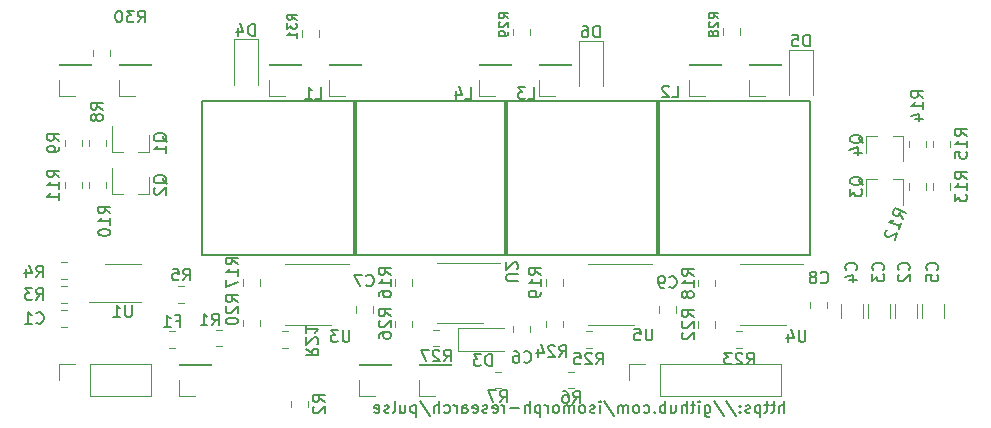
<source format=gbr>
G04 #@! TF.GenerationSoftware,KiCad,Pcbnew,(5.1.5-0-10_14)*
G04 #@! TF.CreationDate,2020-03-17T09:24:28-05:00*
G04 #@! TF.ProjectId,pulse,70756c73-652e-46b6-9963-61645f706362,rev?*
G04 #@! TF.SameCoordinates,Original*
G04 #@! TF.FileFunction,Legend,Bot*
G04 #@! TF.FilePolarity,Positive*
%FSLAX46Y46*%
G04 Gerber Fmt 4.6, Leading zero omitted, Abs format (unit mm)*
G04 Created by KiCad (PCBNEW (5.1.5-0-10_14)) date 2020-03-17 09:24:28*
%MOMM*%
%LPD*%
G04 APERTURE LIST*
%ADD10C,0.150000*%
%ADD11C,0.152400*%
%ADD12C,0.120000*%
G04 APERTURE END LIST*
D10*
X176919942Y-76449180D02*
X176919942Y-75449180D01*
X176491371Y-76449180D02*
X176491371Y-75925371D01*
X176538990Y-75830133D01*
X176634228Y-75782514D01*
X176777085Y-75782514D01*
X176872323Y-75830133D01*
X176919942Y-75877752D01*
X176158038Y-75782514D02*
X175777085Y-75782514D01*
X176015180Y-75449180D02*
X176015180Y-76306323D01*
X175967561Y-76401561D01*
X175872323Y-76449180D01*
X175777085Y-76449180D01*
X175586609Y-75782514D02*
X175205657Y-75782514D01*
X175443752Y-75449180D02*
X175443752Y-76306323D01*
X175396133Y-76401561D01*
X175300895Y-76449180D01*
X175205657Y-76449180D01*
X174872323Y-75782514D02*
X174872323Y-76782514D01*
X174872323Y-75830133D02*
X174777085Y-75782514D01*
X174586609Y-75782514D01*
X174491371Y-75830133D01*
X174443752Y-75877752D01*
X174396133Y-75972990D01*
X174396133Y-76258704D01*
X174443752Y-76353942D01*
X174491371Y-76401561D01*
X174586609Y-76449180D01*
X174777085Y-76449180D01*
X174872323Y-76401561D01*
X174015180Y-76401561D02*
X173919942Y-76449180D01*
X173729466Y-76449180D01*
X173634228Y-76401561D01*
X173586609Y-76306323D01*
X173586609Y-76258704D01*
X173634228Y-76163466D01*
X173729466Y-76115847D01*
X173872323Y-76115847D01*
X173967561Y-76068228D01*
X174015180Y-75972990D01*
X174015180Y-75925371D01*
X173967561Y-75830133D01*
X173872323Y-75782514D01*
X173729466Y-75782514D01*
X173634228Y-75830133D01*
X173158038Y-76353942D02*
X173110419Y-76401561D01*
X173158038Y-76449180D01*
X173205657Y-76401561D01*
X173158038Y-76353942D01*
X173158038Y-76449180D01*
X173158038Y-75830133D02*
X173110419Y-75877752D01*
X173158038Y-75925371D01*
X173205657Y-75877752D01*
X173158038Y-75830133D01*
X173158038Y-75925371D01*
X171967561Y-75401561D02*
X172824704Y-76687276D01*
X170919942Y-75401561D02*
X171777085Y-76687276D01*
X170158038Y-75782514D02*
X170158038Y-76592038D01*
X170205657Y-76687276D01*
X170253276Y-76734895D01*
X170348514Y-76782514D01*
X170491371Y-76782514D01*
X170586609Y-76734895D01*
X170158038Y-76401561D02*
X170253276Y-76449180D01*
X170443752Y-76449180D01*
X170538990Y-76401561D01*
X170586609Y-76353942D01*
X170634228Y-76258704D01*
X170634228Y-75972990D01*
X170586609Y-75877752D01*
X170538990Y-75830133D01*
X170443752Y-75782514D01*
X170253276Y-75782514D01*
X170158038Y-75830133D01*
X169681847Y-76449180D02*
X169681847Y-75782514D01*
X169681847Y-75449180D02*
X169729466Y-75496800D01*
X169681847Y-75544419D01*
X169634228Y-75496800D01*
X169681847Y-75449180D01*
X169681847Y-75544419D01*
X169348514Y-75782514D02*
X168967561Y-75782514D01*
X169205657Y-75449180D02*
X169205657Y-76306323D01*
X169158038Y-76401561D01*
X169062800Y-76449180D01*
X168967561Y-76449180D01*
X168634228Y-76449180D02*
X168634228Y-75449180D01*
X168205657Y-76449180D02*
X168205657Y-75925371D01*
X168253276Y-75830133D01*
X168348514Y-75782514D01*
X168491371Y-75782514D01*
X168586609Y-75830133D01*
X168634228Y-75877752D01*
X167300895Y-75782514D02*
X167300895Y-76449180D01*
X167729466Y-75782514D02*
X167729466Y-76306323D01*
X167681847Y-76401561D01*
X167586609Y-76449180D01*
X167443752Y-76449180D01*
X167348514Y-76401561D01*
X167300895Y-76353942D01*
X166824704Y-76449180D02*
X166824704Y-75449180D01*
X166824704Y-75830133D02*
X166729466Y-75782514D01*
X166538990Y-75782514D01*
X166443752Y-75830133D01*
X166396133Y-75877752D01*
X166348514Y-75972990D01*
X166348514Y-76258704D01*
X166396133Y-76353942D01*
X166443752Y-76401561D01*
X166538990Y-76449180D01*
X166729466Y-76449180D01*
X166824704Y-76401561D01*
X165919942Y-76353942D02*
X165872323Y-76401561D01*
X165919942Y-76449180D01*
X165967561Y-76401561D01*
X165919942Y-76353942D01*
X165919942Y-76449180D01*
X165015180Y-76401561D02*
X165110419Y-76449180D01*
X165300895Y-76449180D01*
X165396133Y-76401561D01*
X165443752Y-76353942D01*
X165491371Y-76258704D01*
X165491371Y-75972990D01*
X165443752Y-75877752D01*
X165396133Y-75830133D01*
X165300895Y-75782514D01*
X165110419Y-75782514D01*
X165015180Y-75830133D01*
X164443752Y-76449180D02*
X164538990Y-76401561D01*
X164586609Y-76353942D01*
X164634228Y-76258704D01*
X164634228Y-75972990D01*
X164586609Y-75877752D01*
X164538990Y-75830133D01*
X164443752Y-75782514D01*
X164300895Y-75782514D01*
X164205657Y-75830133D01*
X164158038Y-75877752D01*
X164110419Y-75972990D01*
X164110419Y-76258704D01*
X164158038Y-76353942D01*
X164205657Y-76401561D01*
X164300895Y-76449180D01*
X164443752Y-76449180D01*
X163681847Y-76449180D02*
X163681847Y-75782514D01*
X163681847Y-75877752D02*
X163634228Y-75830133D01*
X163538990Y-75782514D01*
X163396133Y-75782514D01*
X163300895Y-75830133D01*
X163253276Y-75925371D01*
X163253276Y-76449180D01*
X163253276Y-75925371D02*
X163205657Y-75830133D01*
X163110419Y-75782514D01*
X162967561Y-75782514D01*
X162872323Y-75830133D01*
X162824704Y-75925371D01*
X162824704Y-76449180D01*
X161634228Y-75401561D02*
X162491371Y-76687276D01*
X161300895Y-76449180D02*
X161300895Y-75782514D01*
X161300895Y-75449180D02*
X161348514Y-75496800D01*
X161300895Y-75544419D01*
X161253276Y-75496800D01*
X161300895Y-75449180D01*
X161300895Y-75544419D01*
X160872323Y-76401561D02*
X160777085Y-76449180D01*
X160586609Y-76449180D01*
X160491371Y-76401561D01*
X160443752Y-76306323D01*
X160443752Y-76258704D01*
X160491371Y-76163466D01*
X160586609Y-76115847D01*
X160729466Y-76115847D01*
X160824704Y-76068228D01*
X160872323Y-75972990D01*
X160872323Y-75925371D01*
X160824704Y-75830133D01*
X160729466Y-75782514D01*
X160586609Y-75782514D01*
X160491371Y-75830133D01*
X159872323Y-76449180D02*
X159967561Y-76401561D01*
X160015180Y-76353942D01*
X160062800Y-76258704D01*
X160062800Y-75972990D01*
X160015180Y-75877752D01*
X159967561Y-75830133D01*
X159872323Y-75782514D01*
X159729466Y-75782514D01*
X159634228Y-75830133D01*
X159586609Y-75877752D01*
X159538990Y-75972990D01*
X159538990Y-76258704D01*
X159586609Y-76353942D01*
X159634228Y-76401561D01*
X159729466Y-76449180D01*
X159872323Y-76449180D01*
X159110419Y-76449180D02*
X159110419Y-75782514D01*
X159110419Y-75877752D02*
X159062800Y-75830133D01*
X158967561Y-75782514D01*
X158824704Y-75782514D01*
X158729466Y-75830133D01*
X158681847Y-75925371D01*
X158681847Y-76449180D01*
X158681847Y-75925371D02*
X158634228Y-75830133D01*
X158538990Y-75782514D01*
X158396133Y-75782514D01*
X158300895Y-75830133D01*
X158253276Y-75925371D01*
X158253276Y-76449180D01*
X157634228Y-76449180D02*
X157729466Y-76401561D01*
X157777085Y-76353942D01*
X157824704Y-76258704D01*
X157824704Y-75972990D01*
X157777085Y-75877752D01*
X157729466Y-75830133D01*
X157634228Y-75782514D01*
X157491371Y-75782514D01*
X157396133Y-75830133D01*
X157348514Y-75877752D01*
X157300895Y-75972990D01*
X157300895Y-76258704D01*
X157348514Y-76353942D01*
X157396133Y-76401561D01*
X157491371Y-76449180D01*
X157634228Y-76449180D01*
X156872323Y-76449180D02*
X156872323Y-75782514D01*
X156872323Y-75972990D02*
X156824704Y-75877752D01*
X156777085Y-75830133D01*
X156681847Y-75782514D01*
X156586609Y-75782514D01*
X156253276Y-75782514D02*
X156253276Y-76782514D01*
X156253276Y-75830133D02*
X156158038Y-75782514D01*
X155967561Y-75782514D01*
X155872323Y-75830133D01*
X155824704Y-75877752D01*
X155777085Y-75972990D01*
X155777085Y-76258704D01*
X155824704Y-76353942D01*
X155872323Y-76401561D01*
X155967561Y-76449180D01*
X156158038Y-76449180D01*
X156253276Y-76401561D01*
X155348514Y-76449180D02*
X155348514Y-75449180D01*
X154919942Y-76449180D02*
X154919942Y-75925371D01*
X154967561Y-75830133D01*
X155062800Y-75782514D01*
X155205657Y-75782514D01*
X155300895Y-75830133D01*
X155348514Y-75877752D01*
X154443752Y-76068228D02*
X153681847Y-76068228D01*
X153205657Y-76449180D02*
X153205657Y-75782514D01*
X153205657Y-75972990D02*
X153158038Y-75877752D01*
X153110419Y-75830133D01*
X153015180Y-75782514D01*
X152919942Y-75782514D01*
X152205657Y-76401561D02*
X152300895Y-76449180D01*
X152491371Y-76449180D01*
X152586609Y-76401561D01*
X152634228Y-76306323D01*
X152634228Y-75925371D01*
X152586609Y-75830133D01*
X152491371Y-75782514D01*
X152300895Y-75782514D01*
X152205657Y-75830133D01*
X152158038Y-75925371D01*
X152158038Y-76020609D01*
X152634228Y-76115847D01*
X151777085Y-76401561D02*
X151681847Y-76449180D01*
X151491371Y-76449180D01*
X151396133Y-76401561D01*
X151348514Y-76306323D01*
X151348514Y-76258704D01*
X151396133Y-76163466D01*
X151491371Y-76115847D01*
X151634228Y-76115847D01*
X151729466Y-76068228D01*
X151777085Y-75972990D01*
X151777085Y-75925371D01*
X151729466Y-75830133D01*
X151634228Y-75782514D01*
X151491371Y-75782514D01*
X151396133Y-75830133D01*
X150538990Y-76401561D02*
X150634228Y-76449180D01*
X150824704Y-76449180D01*
X150919942Y-76401561D01*
X150967561Y-76306323D01*
X150967561Y-75925371D01*
X150919942Y-75830133D01*
X150824704Y-75782514D01*
X150634228Y-75782514D01*
X150538990Y-75830133D01*
X150491371Y-75925371D01*
X150491371Y-76020609D01*
X150967561Y-76115847D01*
X149634228Y-76449180D02*
X149634228Y-75925371D01*
X149681847Y-75830133D01*
X149777085Y-75782514D01*
X149967561Y-75782514D01*
X150062800Y-75830133D01*
X149634228Y-76401561D02*
X149729466Y-76449180D01*
X149967561Y-76449180D01*
X150062800Y-76401561D01*
X150110419Y-76306323D01*
X150110419Y-76211085D01*
X150062800Y-76115847D01*
X149967561Y-76068228D01*
X149729466Y-76068228D01*
X149634228Y-76020609D01*
X149158038Y-76449180D02*
X149158038Y-75782514D01*
X149158038Y-75972990D02*
X149110419Y-75877752D01*
X149062800Y-75830133D01*
X148967561Y-75782514D01*
X148872323Y-75782514D01*
X148110419Y-76401561D02*
X148205657Y-76449180D01*
X148396133Y-76449180D01*
X148491371Y-76401561D01*
X148538990Y-76353942D01*
X148586609Y-76258704D01*
X148586609Y-75972990D01*
X148538990Y-75877752D01*
X148491371Y-75830133D01*
X148396133Y-75782514D01*
X148205657Y-75782514D01*
X148110419Y-75830133D01*
X147681847Y-76449180D02*
X147681847Y-75449180D01*
X147253276Y-76449180D02*
X147253276Y-75925371D01*
X147300895Y-75830133D01*
X147396133Y-75782514D01*
X147538990Y-75782514D01*
X147634228Y-75830133D01*
X147681847Y-75877752D01*
X146062800Y-75401561D02*
X146919942Y-76687276D01*
X145729466Y-75782514D02*
X145729466Y-76782514D01*
X145729466Y-75830133D02*
X145634228Y-75782514D01*
X145443752Y-75782514D01*
X145348514Y-75830133D01*
X145300895Y-75877752D01*
X145253276Y-75972990D01*
X145253276Y-76258704D01*
X145300895Y-76353942D01*
X145348514Y-76401561D01*
X145443752Y-76449180D01*
X145634228Y-76449180D01*
X145729466Y-76401561D01*
X144396133Y-75782514D02*
X144396133Y-76449180D01*
X144824704Y-75782514D02*
X144824704Y-76306323D01*
X144777085Y-76401561D01*
X144681847Y-76449180D01*
X144538990Y-76449180D01*
X144443752Y-76401561D01*
X144396133Y-76353942D01*
X143777085Y-76449180D02*
X143872323Y-76401561D01*
X143919942Y-76306323D01*
X143919942Y-75449180D01*
X143443752Y-76401561D02*
X143348514Y-76449180D01*
X143158038Y-76449180D01*
X143062800Y-76401561D01*
X143015180Y-76306323D01*
X143015180Y-76258704D01*
X143062800Y-76163466D01*
X143158038Y-76115847D01*
X143300895Y-76115847D01*
X143396133Y-76068228D01*
X143443752Y-75972990D01*
X143443752Y-75925371D01*
X143396133Y-75830133D01*
X143300895Y-75782514D01*
X143158038Y-75782514D01*
X143062800Y-75830133D01*
X142205657Y-76401561D02*
X142300895Y-76449180D01*
X142491371Y-76449180D01*
X142586609Y-76401561D01*
X142634228Y-76306323D01*
X142634228Y-75925371D01*
X142586609Y-75830133D01*
X142491371Y-75782514D01*
X142300895Y-75782514D01*
X142205657Y-75830133D01*
X142158038Y-75925371D01*
X142158038Y-76020609D01*
X142634228Y-76115847D01*
D11*
X153439000Y-63050560D02*
X153439000Y-50050560D01*
X140439000Y-50050560D02*
X140439000Y-63050560D01*
X140439000Y-63050560D02*
X153439000Y-63050560D01*
X153439000Y-50050560D02*
X140439000Y-50050560D01*
X166266000Y-63050560D02*
X166266000Y-50050560D01*
X153266000Y-50050560D02*
X153266000Y-63050560D01*
X153266000Y-63050560D02*
X166266000Y-63050560D01*
X166266000Y-50050560D02*
X153266000Y-50050560D01*
X179093000Y-63050560D02*
X179093000Y-50050560D01*
X166093000Y-50050560D02*
X166093000Y-63050560D01*
X166093000Y-63050560D02*
X179093000Y-63050560D01*
X179093000Y-50050560D02*
X166093000Y-50050560D01*
X140612000Y-63050560D02*
X140612000Y-50050560D01*
X127612000Y-50050560D02*
X127612000Y-63050560D01*
X127612000Y-63050560D02*
X140612000Y-63050560D01*
X140612000Y-50050560D02*
X127612000Y-50050560D01*
D12*
X124836422Y-69521000D02*
X125353578Y-69521000D01*
X124836422Y-70941000D02*
X125353578Y-70941000D01*
X156770000Y-65663578D02*
X156770000Y-65146422D01*
X158190000Y-65663578D02*
X158190000Y-65146422D01*
X125670000Y-74990000D02*
X127000000Y-74990000D01*
X125670000Y-73660000D02*
X125670000Y-74990000D01*
X125670000Y-72390000D02*
X128330000Y-72390000D01*
X128330000Y-72390000D02*
X128330000Y-72330000D01*
X125670000Y-72390000D02*
X125670000Y-72330000D01*
X125670000Y-72330000D02*
X128330000Y-72330000D01*
X159528000Y-44917000D02*
X159528000Y-48767000D01*
X161528000Y-44917000D02*
X161528000Y-48767000D01*
X159528000Y-44917000D02*
X161528000Y-44917000D01*
X177308000Y-45676000D02*
X177308000Y-49526000D01*
X179308000Y-45676000D02*
X179308000Y-49526000D01*
X177308000Y-45676000D02*
X179308000Y-45676000D01*
X130317999Y-44790000D02*
X130317999Y-48640000D01*
X132317999Y-44790000D02*
X132317999Y-48640000D01*
X130317999Y-44790000D02*
X132317999Y-44790000D01*
X149311000Y-71231000D02*
X153161000Y-71231000D01*
X149311000Y-69231000D02*
X153161000Y-69231000D01*
X149311000Y-71231000D02*
X149311000Y-69231000D01*
X162241000Y-63861000D02*
X165691000Y-63861000D01*
X162241000Y-63861000D02*
X160291000Y-63861000D01*
X162241000Y-68981000D02*
X164191000Y-68981000D01*
X162241000Y-68981000D02*
X160291000Y-68981000D01*
X175068000Y-63861000D02*
X178518000Y-63861000D01*
X175068000Y-63861000D02*
X173118000Y-63861000D01*
X175068000Y-68981000D02*
X177018000Y-68981000D01*
X175068000Y-68981000D02*
X173118000Y-68981000D01*
X136587000Y-63861000D02*
X140037000Y-63861000D01*
X136587000Y-63861000D02*
X134637000Y-63861000D01*
X136587000Y-68981000D02*
X138537000Y-68981000D01*
X136587000Y-68981000D02*
X134637000Y-68981000D01*
X149414000Y-63734000D02*
X152864000Y-63734000D01*
X149414000Y-63734000D02*
X147464000Y-63734000D01*
X149414000Y-68854000D02*
X151364000Y-68854000D01*
X149414000Y-68854000D02*
X147464000Y-68854000D01*
X120904000Y-67015000D02*
X118029000Y-67015000D01*
X120904000Y-67015000D02*
X122404000Y-67015000D01*
X120904000Y-63795000D02*
X119404000Y-63795000D01*
X120904000Y-63795000D02*
X122404000Y-63795000D01*
X115510000Y-72330000D02*
X115510000Y-73660000D01*
X116840000Y-72330000D02*
X115510000Y-72330000D01*
X118110000Y-72330000D02*
X118110000Y-74990000D01*
X118110000Y-74990000D02*
X123250000Y-74990000D01*
X118110000Y-72330000D02*
X123250000Y-72330000D01*
X123250000Y-72330000D02*
X123250000Y-74990000D01*
X137489000Y-44064422D02*
X137489000Y-44581578D01*
X136069000Y-44064422D02*
X136069000Y-44581578D01*
X119836000Y-45715422D02*
X119836000Y-46232578D01*
X118416000Y-45715422D02*
X118416000Y-46232578D01*
X155396000Y-43937422D02*
X155396000Y-44454578D01*
X153976000Y-43937422D02*
X153976000Y-44454578D01*
X173176000Y-43888921D02*
X173176000Y-44406077D01*
X171756000Y-43888921D02*
X171756000Y-44406077D01*
X147188422Y-69394000D02*
X147705578Y-69394000D01*
X147188422Y-70814000D02*
X147705578Y-70814000D01*
X145363000Y-68638922D02*
X145363000Y-69156078D01*
X143943000Y-68638922D02*
X143943000Y-69156078D01*
X160093922Y-69521000D02*
X160611078Y-69521000D01*
X160093922Y-70941000D02*
X160611078Y-70941000D01*
X158190000Y-68638922D02*
X158190000Y-69156078D01*
X156770000Y-68638922D02*
X156770000Y-69156078D01*
X172842422Y-69521000D02*
X173359578Y-69521000D01*
X172842422Y-70941000D02*
X173359578Y-70941000D01*
X171017000Y-68702422D02*
X171017000Y-69219578D01*
X169597000Y-68702422D02*
X169597000Y-69219578D01*
X134361422Y-69521000D02*
X134878578Y-69521000D01*
X134361422Y-70941000D02*
X134878578Y-70941000D01*
X132536000Y-68575422D02*
X132536000Y-69092578D01*
X131116000Y-68575422D02*
X131116000Y-69092578D01*
X169597000Y-65712078D02*
X169597000Y-65194922D01*
X171017000Y-65712078D02*
X171017000Y-65194922D01*
X131116000Y-65663578D02*
X131116000Y-65146422D01*
X132536000Y-65663578D02*
X132536000Y-65146422D01*
X143943000Y-65663578D02*
X143943000Y-65146422D01*
X145363000Y-65663578D02*
X145363000Y-65146422D01*
X189536000Y-53901078D02*
X189536000Y-53383922D01*
X190956000Y-53901078D02*
X190956000Y-53383922D01*
X188924001Y-53413922D02*
X188924001Y-53931078D01*
X187504001Y-53413922D02*
X187504001Y-53931078D01*
X189536000Y-57535578D02*
X189536000Y-57018422D01*
X190956000Y-57535578D02*
X190956000Y-57018422D01*
X188924000Y-57018422D02*
X188924000Y-57535578D01*
X187504000Y-57018422D02*
X187504000Y-57535578D01*
X117423000Y-56891422D02*
X117423000Y-57408578D01*
X116003000Y-56891422D02*
X116003000Y-57408578D01*
X118035000Y-57408578D02*
X118035000Y-56891422D01*
X119455000Y-57408578D02*
X119455000Y-56891422D01*
X117423000Y-53335422D02*
X117423000Y-53852578D01*
X116003000Y-53335422D02*
X116003000Y-53852578D01*
X118035000Y-53852578D02*
X118035000Y-53335422D01*
X119455000Y-53852578D02*
X119455000Y-53335422D01*
X152395422Y-72950000D02*
X152912578Y-72950000D01*
X152395422Y-74370000D02*
X152912578Y-74370000D01*
X158618422Y-72950000D02*
X159135578Y-72950000D01*
X158618422Y-74370000D02*
X159135578Y-74370000D01*
X126115578Y-67131000D02*
X125598422Y-67131000D01*
X126115578Y-65711000D02*
X125598422Y-65711000D01*
X116209578Y-65099000D02*
X115692422Y-65099000D01*
X116209578Y-63679000D02*
X115692422Y-63679000D01*
X116209578Y-67131000D02*
X115692422Y-67131000D01*
X116209578Y-65711000D02*
X115692422Y-65711000D01*
X135180000Y-75950578D02*
X135180000Y-75433422D01*
X136600000Y-75950578D02*
X136600000Y-75433422D01*
X128773422Y-69394000D02*
X129290578Y-69394000D01*
X128773422Y-70814000D02*
X129290578Y-70814000D01*
X183840000Y-52961000D02*
X183840000Y-54421000D01*
X187000000Y-52961000D02*
X187000000Y-55121000D01*
X187000000Y-52961000D02*
X186070000Y-52961000D01*
X183840000Y-52961000D02*
X184770000Y-52961000D01*
X183840000Y-56644000D02*
X183840000Y-58104000D01*
X187000000Y-56644000D02*
X187000000Y-58804000D01*
X187000000Y-56644000D02*
X186070000Y-56644000D01*
X183840000Y-56644000D02*
X184770000Y-56644000D01*
X123119000Y-57910000D02*
X123119000Y-56450000D01*
X119959000Y-57910000D02*
X119959000Y-55750000D01*
X119959000Y-57910000D02*
X120889000Y-57910000D01*
X123119000Y-57910000D02*
X122189000Y-57910000D01*
X123119000Y-54354000D02*
X123119000Y-52894000D01*
X119959000Y-54354000D02*
X119959000Y-52194000D01*
X119959000Y-54354000D02*
X120889000Y-54354000D01*
X123119000Y-54354000D02*
X122189000Y-54354000D01*
X120590000Y-49590000D02*
X121920000Y-49590000D01*
X120590000Y-48260000D02*
X120590000Y-49590000D01*
X120590000Y-46990000D02*
X123250000Y-46990000D01*
X123250000Y-46990000D02*
X123250000Y-46930000D01*
X120590000Y-46990000D02*
X120590000Y-46930000D01*
X120590000Y-46930000D02*
X123250000Y-46930000D01*
X156150000Y-49590000D02*
X157480000Y-49590000D01*
X156150000Y-48260000D02*
X156150000Y-49590000D01*
X156150000Y-46990000D02*
X158810000Y-46990000D01*
X158810000Y-46990000D02*
X158810000Y-46930000D01*
X156150000Y-46990000D02*
X156150000Y-46930000D01*
X156150000Y-46930000D02*
X158810000Y-46930000D01*
X173930000Y-49590000D02*
X175260000Y-49590000D01*
X173930000Y-48260000D02*
X173930000Y-49590000D01*
X173930000Y-46990000D02*
X176590000Y-46990000D01*
X176590000Y-46990000D02*
X176590000Y-46930000D01*
X173930000Y-46990000D02*
X173930000Y-46930000D01*
X173930000Y-46930000D02*
X176590000Y-46930000D01*
X138370000Y-49590000D02*
X139700000Y-49590000D01*
X138370000Y-48260000D02*
X138370000Y-49590000D01*
X138370000Y-46990000D02*
X141030000Y-46990000D01*
X141030000Y-46990000D02*
X141030000Y-46930000D01*
X138370000Y-46990000D02*
X138370000Y-46930000D01*
X138370000Y-46930000D02*
X141030000Y-46930000D01*
X151070000Y-49590000D02*
X152400000Y-49590000D01*
X151070000Y-48260000D02*
X151070000Y-49590000D01*
X151070000Y-46990000D02*
X153730000Y-46990000D01*
X153730000Y-46990000D02*
X153730000Y-46930000D01*
X151070000Y-46990000D02*
X151070000Y-46930000D01*
X151070000Y-46930000D02*
X153730000Y-46930000D01*
X168850000Y-49590000D02*
X170180000Y-49590000D01*
X168850000Y-48260000D02*
X168850000Y-49590000D01*
X168850000Y-46990000D02*
X171510000Y-46990000D01*
X171510000Y-46990000D02*
X171510000Y-46930000D01*
X168850000Y-46990000D02*
X168850000Y-46930000D01*
X168850000Y-46930000D02*
X171510000Y-46930000D01*
X115510000Y-49590000D02*
X116840000Y-49590000D01*
X115510000Y-48260000D02*
X115510000Y-49590000D01*
X115510000Y-46990000D02*
X118170000Y-46990000D01*
X118170000Y-46990000D02*
X118170000Y-46930000D01*
X115510000Y-46990000D02*
X115510000Y-46930000D01*
X115510000Y-46930000D02*
X118170000Y-46930000D01*
X133290000Y-49590000D02*
X134620000Y-49590000D01*
X133290000Y-48260000D02*
X133290000Y-49590000D01*
X133290000Y-46990000D02*
X135950000Y-46990000D01*
X135950000Y-46990000D02*
X135950000Y-46930000D01*
X133290000Y-46990000D02*
X133290000Y-46930000D01*
X133290000Y-46930000D02*
X135950000Y-46930000D01*
X163770000Y-72330000D02*
X163770000Y-73660000D01*
X165100000Y-72330000D02*
X163770000Y-72330000D01*
X166370000Y-72330000D02*
X166370000Y-74990000D01*
X166370000Y-74990000D02*
X176590000Y-74990000D01*
X166370000Y-72330000D02*
X176590000Y-72330000D01*
X176590000Y-72330000D02*
X176590000Y-74990000D01*
X145990000Y-74990000D02*
X147320000Y-74990000D01*
X145990000Y-73660000D02*
X145990000Y-74990000D01*
X145990000Y-72390000D02*
X148650000Y-72390000D01*
X148650000Y-72390000D02*
X148650000Y-72330000D01*
X145990000Y-72390000D02*
X145990000Y-72330000D01*
X145990000Y-72330000D02*
X148650000Y-72330000D01*
X140910000Y-74990000D02*
X142240000Y-74990000D01*
X140910000Y-73660000D02*
X140910000Y-74990000D01*
X140910000Y-72390000D02*
X143570000Y-72390000D01*
X143570000Y-72390000D02*
X143570000Y-72330000D01*
X140910000Y-72390000D02*
X140910000Y-72330000D01*
X140910000Y-72330000D02*
X143570000Y-72330000D01*
X167715000Y-67432422D02*
X167715000Y-67949578D01*
X166295000Y-67432422D02*
X166295000Y-67949578D01*
X180542000Y-67051422D02*
X180542000Y-67568578D01*
X179122000Y-67051422D02*
X179122000Y-67568578D01*
X142061000Y-67432422D02*
X142061000Y-67949578D01*
X140641000Y-67432422D02*
X140641000Y-67949578D01*
X155396000Y-69083422D02*
X155396000Y-69600578D01*
X153976000Y-69083422D02*
X153976000Y-69600578D01*
X190394000Y-67215935D02*
X190394000Y-68420063D01*
X188574000Y-67215935D02*
X188574000Y-68420063D01*
X183536000Y-67215936D02*
X183536000Y-68420064D01*
X181716000Y-67215936D02*
X181716000Y-68420064D01*
X185822001Y-67215936D02*
X185822001Y-68420064D01*
X184002001Y-67215936D02*
X184002001Y-68420064D01*
X188108001Y-67215936D02*
X188108001Y-68420064D01*
X186288001Y-67215936D02*
X186288001Y-68420064D01*
X116209578Y-69163000D02*
X115692422Y-69163000D01*
X116209578Y-67743000D02*
X115692422Y-67743000D01*
D10*
X149899666Y-49855380D02*
X150375857Y-49855380D01*
X150375857Y-48855380D01*
X149137761Y-49188714D02*
X149137761Y-49855380D01*
X149375857Y-48807761D02*
X149613952Y-49522047D01*
X148994904Y-49522047D01*
X155233666Y-49855380D02*
X155709857Y-49855380D01*
X155709857Y-48855380D01*
X154995571Y-48855380D02*
X154376523Y-48855380D01*
X154709857Y-49236333D01*
X154567000Y-49236333D01*
X154471761Y-49283952D01*
X154424142Y-49331571D01*
X154376523Y-49426809D01*
X154376523Y-49664904D01*
X154424142Y-49760142D01*
X154471761Y-49807761D01*
X154567000Y-49855380D01*
X154852714Y-49855380D01*
X154947952Y-49807761D01*
X154995571Y-49760142D01*
X167425666Y-49728380D02*
X167901857Y-49728380D01*
X167901857Y-48728380D01*
X167139952Y-48823619D02*
X167092333Y-48776000D01*
X166997095Y-48728380D01*
X166759000Y-48728380D01*
X166663761Y-48776000D01*
X166616142Y-48823619D01*
X166568523Y-48918857D01*
X166568523Y-49014095D01*
X166616142Y-49156952D01*
X167187571Y-49728380D01*
X166568523Y-49728380D01*
X137199666Y-49855380D02*
X137675857Y-49855380D01*
X137675857Y-48855380D01*
X136342523Y-49855380D02*
X136913952Y-49855380D01*
X136628238Y-49855380D02*
X136628238Y-48855380D01*
X136723476Y-48998238D01*
X136818714Y-49093476D01*
X136913952Y-49141095D01*
X125428333Y-68635571D02*
X125761666Y-68635571D01*
X125761666Y-69159380D02*
X125761666Y-68159380D01*
X125285476Y-68159380D01*
X124380714Y-69159380D02*
X124952142Y-69159380D01*
X124666428Y-69159380D02*
X124666428Y-68159380D01*
X124761666Y-68302238D01*
X124856904Y-68397476D01*
X124952142Y-68445095D01*
X156281380Y-64762142D02*
X155805190Y-64428809D01*
X156281380Y-64190714D02*
X155281380Y-64190714D01*
X155281380Y-64571666D01*
X155329000Y-64666904D01*
X155376619Y-64714523D01*
X155471857Y-64762142D01*
X155614714Y-64762142D01*
X155709952Y-64714523D01*
X155757571Y-64666904D01*
X155805190Y-64571666D01*
X155805190Y-64190714D01*
X156281380Y-65714523D02*
X156281380Y-65143095D01*
X156281380Y-65428809D02*
X155281380Y-65428809D01*
X155424238Y-65333571D01*
X155519476Y-65238333D01*
X155567095Y-65143095D01*
X156281380Y-66190714D02*
X156281380Y-66381190D01*
X156233761Y-66476428D01*
X156186142Y-66524047D01*
X156043285Y-66619285D01*
X155852809Y-66666904D01*
X155471857Y-66666904D01*
X155376619Y-66619285D01*
X155329000Y-66571666D01*
X155281380Y-66476428D01*
X155281380Y-66285952D01*
X155329000Y-66190714D01*
X155376619Y-66143095D01*
X155471857Y-66095476D01*
X155709952Y-66095476D01*
X155805190Y-66143095D01*
X155852809Y-66190714D01*
X155900428Y-66285952D01*
X155900428Y-66476428D01*
X155852809Y-66571666D01*
X155805190Y-66619285D01*
X155709952Y-66666904D01*
X161266095Y-44648380D02*
X161266095Y-43648380D01*
X161028000Y-43648380D01*
X160885142Y-43696000D01*
X160789904Y-43791238D01*
X160742285Y-43886476D01*
X160694666Y-44076952D01*
X160694666Y-44219809D01*
X160742285Y-44410285D01*
X160789904Y-44505523D01*
X160885142Y-44600761D01*
X161028000Y-44648380D01*
X161266095Y-44648380D01*
X159837523Y-43648380D02*
X160028000Y-43648380D01*
X160123238Y-43696000D01*
X160170857Y-43743619D01*
X160266095Y-43886476D01*
X160313714Y-44076952D01*
X160313714Y-44457904D01*
X160266095Y-44553142D01*
X160218476Y-44600761D01*
X160123238Y-44648380D01*
X159932761Y-44648380D01*
X159837523Y-44600761D01*
X159789904Y-44553142D01*
X159742285Y-44457904D01*
X159742285Y-44219809D01*
X159789904Y-44124571D01*
X159837523Y-44076952D01*
X159932761Y-44029333D01*
X160123238Y-44029333D01*
X160218476Y-44076952D01*
X160266095Y-44124571D01*
X160313714Y-44219809D01*
X179046095Y-45410380D02*
X179046095Y-44410380D01*
X178808000Y-44410380D01*
X178665142Y-44458000D01*
X178569904Y-44553238D01*
X178522285Y-44648476D01*
X178474666Y-44838952D01*
X178474666Y-44981809D01*
X178522285Y-45172285D01*
X178569904Y-45267523D01*
X178665142Y-45362761D01*
X178808000Y-45410380D01*
X179046095Y-45410380D01*
X177569904Y-44410380D02*
X178046095Y-44410380D01*
X178093714Y-44886571D01*
X178046095Y-44838952D01*
X177950857Y-44791333D01*
X177712761Y-44791333D01*
X177617523Y-44838952D01*
X177569904Y-44886571D01*
X177522285Y-44981809D01*
X177522285Y-45219904D01*
X177569904Y-45315142D01*
X177617523Y-45362761D01*
X177712761Y-45410380D01*
X177950857Y-45410380D01*
X178046095Y-45362761D01*
X178093714Y-45315142D01*
X132056095Y-44521380D02*
X132056095Y-43521380D01*
X131818000Y-43521380D01*
X131675142Y-43569000D01*
X131579904Y-43664238D01*
X131532285Y-43759476D01*
X131484666Y-43949952D01*
X131484666Y-44092809D01*
X131532285Y-44283285D01*
X131579904Y-44378523D01*
X131675142Y-44473761D01*
X131818000Y-44521380D01*
X132056095Y-44521380D01*
X130627523Y-43854714D02*
X130627523Y-44521380D01*
X130865619Y-43473761D02*
X131103714Y-44188047D01*
X130484666Y-44188047D01*
X152122095Y-72461380D02*
X152122095Y-71461380D01*
X151884000Y-71461380D01*
X151741142Y-71509000D01*
X151645904Y-71604238D01*
X151598285Y-71699476D01*
X151550666Y-71889952D01*
X151550666Y-72032809D01*
X151598285Y-72223285D01*
X151645904Y-72318523D01*
X151741142Y-72413761D01*
X151884000Y-72461380D01*
X152122095Y-72461380D01*
X151217333Y-71461380D02*
X150598285Y-71461380D01*
X150931619Y-71842333D01*
X150788761Y-71842333D01*
X150693523Y-71889952D01*
X150645904Y-71937571D01*
X150598285Y-72032809D01*
X150598285Y-72270904D01*
X150645904Y-72366142D01*
X150693523Y-72413761D01*
X150788761Y-72461380D01*
X151074476Y-72461380D01*
X151169714Y-72413761D01*
X151217333Y-72366142D01*
X165734904Y-69302380D02*
X165734904Y-70111904D01*
X165687285Y-70207142D01*
X165639666Y-70254761D01*
X165544428Y-70302380D01*
X165353952Y-70302380D01*
X165258714Y-70254761D01*
X165211095Y-70207142D01*
X165163476Y-70111904D01*
X165163476Y-69302380D01*
X164211095Y-69302380D02*
X164687285Y-69302380D01*
X164734904Y-69778571D01*
X164687285Y-69730952D01*
X164592047Y-69683333D01*
X164353952Y-69683333D01*
X164258714Y-69730952D01*
X164211095Y-69778571D01*
X164163476Y-69873809D01*
X164163476Y-70111904D01*
X164211095Y-70207142D01*
X164258714Y-70254761D01*
X164353952Y-70302380D01*
X164592047Y-70302380D01*
X164687285Y-70254761D01*
X164734904Y-70207142D01*
X178688904Y-69429380D02*
X178688904Y-70238904D01*
X178641285Y-70334142D01*
X178593666Y-70381761D01*
X178498428Y-70429380D01*
X178307952Y-70429380D01*
X178212714Y-70381761D01*
X178165095Y-70334142D01*
X178117476Y-70238904D01*
X178117476Y-69429380D01*
X177212714Y-69762714D02*
X177212714Y-70429380D01*
X177450809Y-69381761D02*
X177688904Y-70096047D01*
X177069857Y-70096047D01*
X140080904Y-69429380D02*
X140080904Y-70238904D01*
X140033285Y-70334142D01*
X139985666Y-70381761D01*
X139890428Y-70429380D01*
X139699952Y-70429380D01*
X139604714Y-70381761D01*
X139557095Y-70334142D01*
X139509476Y-70238904D01*
X139509476Y-69429380D01*
X139128523Y-69429380D02*
X138509476Y-69429380D01*
X138842809Y-69810333D01*
X138699952Y-69810333D01*
X138604714Y-69857952D01*
X138557095Y-69905571D01*
X138509476Y-70000809D01*
X138509476Y-70238904D01*
X138557095Y-70334142D01*
X138604714Y-70381761D01*
X138699952Y-70429380D01*
X138985666Y-70429380D01*
X139080904Y-70381761D01*
X139128523Y-70334142D01*
X154344619Y-65277904D02*
X153535095Y-65277904D01*
X153439857Y-65230285D01*
X153392238Y-65182666D01*
X153344619Y-65087428D01*
X153344619Y-64896952D01*
X153392238Y-64801714D01*
X153439857Y-64754095D01*
X153535095Y-64706476D01*
X154344619Y-64706476D01*
X154249380Y-64277904D02*
X154297000Y-64230285D01*
X154344619Y-64135047D01*
X154344619Y-63896952D01*
X154297000Y-63801714D01*
X154249380Y-63754095D01*
X154154142Y-63706476D01*
X154058904Y-63706476D01*
X153916047Y-63754095D01*
X153344619Y-64325523D01*
X153344619Y-63706476D01*
X121665904Y-67307380D02*
X121665904Y-68116904D01*
X121618285Y-68212142D01*
X121570666Y-68259761D01*
X121475428Y-68307380D01*
X121284952Y-68307380D01*
X121189714Y-68259761D01*
X121142095Y-68212142D01*
X121094476Y-68116904D01*
X121094476Y-67307380D01*
X120094476Y-68307380D02*
X120665904Y-68307380D01*
X120380190Y-68307380D02*
X120380190Y-67307380D01*
X120475428Y-67450238D01*
X120570666Y-67545476D01*
X120665904Y-67593095D01*
X135616904Y-43173714D02*
X135235952Y-42907047D01*
X135616904Y-42716571D02*
X134816904Y-42716571D01*
X134816904Y-43021333D01*
X134855000Y-43097523D01*
X134893095Y-43135619D01*
X134969285Y-43173714D01*
X135083571Y-43173714D01*
X135159761Y-43135619D01*
X135197857Y-43097523D01*
X135235952Y-43021333D01*
X135235952Y-42716571D01*
X134816904Y-43440380D02*
X134816904Y-43935619D01*
X135121666Y-43668952D01*
X135121666Y-43783238D01*
X135159761Y-43859428D01*
X135197857Y-43897523D01*
X135274047Y-43935619D01*
X135464523Y-43935619D01*
X135540714Y-43897523D01*
X135578809Y-43859428D01*
X135616904Y-43783238D01*
X135616904Y-43554666D01*
X135578809Y-43478476D01*
X135540714Y-43440380D01*
X135616904Y-44697523D02*
X135616904Y-44240380D01*
X135616904Y-44468952D02*
X134816904Y-44468952D01*
X134931190Y-44392761D01*
X135007380Y-44316571D01*
X135045476Y-44240380D01*
X122181857Y-43378380D02*
X122515190Y-42902190D01*
X122753285Y-43378380D02*
X122753285Y-42378380D01*
X122372333Y-42378380D01*
X122277095Y-42426000D01*
X122229476Y-42473619D01*
X122181857Y-42568857D01*
X122181857Y-42711714D01*
X122229476Y-42806952D01*
X122277095Y-42854571D01*
X122372333Y-42902190D01*
X122753285Y-42902190D01*
X121848523Y-42378380D02*
X121229476Y-42378380D01*
X121562809Y-42759333D01*
X121419952Y-42759333D01*
X121324714Y-42806952D01*
X121277095Y-42854571D01*
X121229476Y-42949809D01*
X121229476Y-43187904D01*
X121277095Y-43283142D01*
X121324714Y-43330761D01*
X121419952Y-43378380D01*
X121705666Y-43378380D01*
X121800904Y-43330761D01*
X121848523Y-43283142D01*
X120610428Y-42378380D02*
X120515190Y-42378380D01*
X120419952Y-42426000D01*
X120372333Y-42473619D01*
X120324714Y-42568857D01*
X120277095Y-42759333D01*
X120277095Y-42997428D01*
X120324714Y-43187904D01*
X120372333Y-43283142D01*
X120419952Y-43330761D01*
X120515190Y-43378380D01*
X120610428Y-43378380D01*
X120705666Y-43330761D01*
X120753285Y-43283142D01*
X120800904Y-43187904D01*
X120848523Y-42997428D01*
X120848523Y-42759333D01*
X120800904Y-42568857D01*
X120753285Y-42473619D01*
X120705666Y-42426000D01*
X120610428Y-42378380D01*
X153523904Y-43046714D02*
X153142952Y-42780047D01*
X153523904Y-42589571D02*
X152723904Y-42589571D01*
X152723904Y-42894333D01*
X152762000Y-42970523D01*
X152800095Y-43008619D01*
X152876285Y-43046714D01*
X152990571Y-43046714D01*
X153066761Y-43008619D01*
X153104857Y-42970523D01*
X153142952Y-42894333D01*
X153142952Y-42589571D01*
X152800095Y-43351476D02*
X152762000Y-43389571D01*
X152723904Y-43465761D01*
X152723904Y-43656238D01*
X152762000Y-43732428D01*
X152800095Y-43770523D01*
X152876285Y-43808619D01*
X152952476Y-43808619D01*
X153066761Y-43770523D01*
X153523904Y-43313380D01*
X153523904Y-43808619D01*
X153523904Y-44189571D02*
X153523904Y-44341952D01*
X153485809Y-44418142D01*
X153447714Y-44456238D01*
X153333428Y-44532428D01*
X153181047Y-44570523D01*
X152876285Y-44570523D01*
X152800095Y-44532428D01*
X152762000Y-44494333D01*
X152723904Y-44418142D01*
X152723904Y-44265761D01*
X152762000Y-44189571D01*
X152800095Y-44151476D01*
X152876285Y-44113380D01*
X153066761Y-44113380D01*
X153142952Y-44151476D01*
X153181047Y-44189571D01*
X153219142Y-44265761D01*
X153219142Y-44418142D01*
X153181047Y-44494333D01*
X153142952Y-44532428D01*
X153066761Y-44570523D01*
X171303904Y-43046714D02*
X170922952Y-42780047D01*
X171303904Y-42589571D02*
X170503904Y-42589571D01*
X170503904Y-42894333D01*
X170542000Y-42970523D01*
X170580095Y-43008619D01*
X170656285Y-43046714D01*
X170770571Y-43046714D01*
X170846761Y-43008619D01*
X170884857Y-42970523D01*
X170922952Y-42894333D01*
X170922952Y-42589571D01*
X170580095Y-43351476D02*
X170542000Y-43389571D01*
X170503904Y-43465761D01*
X170503904Y-43656238D01*
X170542000Y-43732428D01*
X170580095Y-43770523D01*
X170656285Y-43808619D01*
X170732476Y-43808619D01*
X170846761Y-43770523D01*
X171303904Y-43313380D01*
X171303904Y-43808619D01*
X170846761Y-44265761D02*
X170808666Y-44189571D01*
X170770571Y-44151476D01*
X170694380Y-44113380D01*
X170656285Y-44113380D01*
X170580095Y-44151476D01*
X170542000Y-44189571D01*
X170503904Y-44265761D01*
X170503904Y-44418142D01*
X170542000Y-44494333D01*
X170580095Y-44532428D01*
X170656285Y-44570523D01*
X170694380Y-44570523D01*
X170770571Y-44532428D01*
X170808666Y-44494333D01*
X170846761Y-44418142D01*
X170846761Y-44265761D01*
X170884857Y-44189571D01*
X170922952Y-44151476D01*
X170999142Y-44113380D01*
X171151523Y-44113380D01*
X171227714Y-44151476D01*
X171265809Y-44189571D01*
X171303904Y-44265761D01*
X171303904Y-44418142D01*
X171265809Y-44494333D01*
X171227714Y-44532428D01*
X171151523Y-44570523D01*
X170999142Y-44570523D01*
X170922952Y-44532428D01*
X170884857Y-44494333D01*
X170846761Y-44418142D01*
X148089857Y-72080380D02*
X148423190Y-71604190D01*
X148661285Y-72080380D02*
X148661285Y-71080380D01*
X148280333Y-71080380D01*
X148185095Y-71128000D01*
X148137476Y-71175619D01*
X148089857Y-71270857D01*
X148089857Y-71413714D01*
X148137476Y-71508952D01*
X148185095Y-71556571D01*
X148280333Y-71604190D01*
X148661285Y-71604190D01*
X147708904Y-71175619D02*
X147661285Y-71128000D01*
X147566047Y-71080380D01*
X147327952Y-71080380D01*
X147232714Y-71128000D01*
X147185095Y-71175619D01*
X147137476Y-71270857D01*
X147137476Y-71366095D01*
X147185095Y-71508952D01*
X147756523Y-72080380D01*
X147137476Y-72080380D01*
X146804142Y-71080380D02*
X146137476Y-71080380D01*
X146566047Y-72080380D01*
X143581380Y-68254642D02*
X143105190Y-67921309D01*
X143581380Y-67683214D02*
X142581380Y-67683214D01*
X142581380Y-68064166D01*
X142629000Y-68159404D01*
X142676619Y-68207023D01*
X142771857Y-68254642D01*
X142914714Y-68254642D01*
X143009952Y-68207023D01*
X143057571Y-68159404D01*
X143105190Y-68064166D01*
X143105190Y-67683214D01*
X142676619Y-68635595D02*
X142629000Y-68683214D01*
X142581380Y-68778452D01*
X142581380Y-69016547D01*
X142629000Y-69111785D01*
X142676619Y-69159404D01*
X142771857Y-69207023D01*
X142867095Y-69207023D01*
X143009952Y-69159404D01*
X143581380Y-68587976D01*
X143581380Y-69207023D01*
X142581380Y-70064166D02*
X142581380Y-69873690D01*
X142629000Y-69778452D01*
X142676619Y-69730833D01*
X142819476Y-69635595D01*
X143009952Y-69587976D01*
X143390904Y-69587976D01*
X143486142Y-69635595D01*
X143533761Y-69683214D01*
X143581380Y-69778452D01*
X143581380Y-69968928D01*
X143533761Y-70064166D01*
X143486142Y-70111785D01*
X143390904Y-70159404D01*
X143152809Y-70159404D01*
X143057571Y-70111785D01*
X143009952Y-70064166D01*
X142962333Y-69968928D01*
X142962333Y-69778452D01*
X143009952Y-69683214D01*
X143057571Y-69635595D01*
X143152809Y-69587976D01*
X160995357Y-72333380D02*
X161328690Y-71857190D01*
X161566785Y-72333380D02*
X161566785Y-71333380D01*
X161185833Y-71333380D01*
X161090595Y-71381000D01*
X161042976Y-71428619D01*
X160995357Y-71523857D01*
X160995357Y-71666714D01*
X161042976Y-71761952D01*
X161090595Y-71809571D01*
X161185833Y-71857190D01*
X161566785Y-71857190D01*
X160614404Y-71428619D02*
X160566785Y-71381000D01*
X160471547Y-71333380D01*
X160233452Y-71333380D01*
X160138214Y-71381000D01*
X160090595Y-71428619D01*
X160042976Y-71523857D01*
X160042976Y-71619095D01*
X160090595Y-71761952D01*
X160662023Y-72333380D01*
X160042976Y-72333380D01*
X159138214Y-71333380D02*
X159614404Y-71333380D01*
X159662023Y-71809571D01*
X159614404Y-71761952D01*
X159519166Y-71714333D01*
X159281071Y-71714333D01*
X159185833Y-71761952D01*
X159138214Y-71809571D01*
X159090595Y-71904809D01*
X159090595Y-72142904D01*
X159138214Y-72238142D01*
X159185833Y-72285761D01*
X159281071Y-72333380D01*
X159519166Y-72333380D01*
X159614404Y-72285761D01*
X159662023Y-72238142D01*
X157868857Y-71699380D02*
X158202190Y-71223190D01*
X158440285Y-71699380D02*
X158440285Y-70699380D01*
X158059333Y-70699380D01*
X157964095Y-70747000D01*
X157916476Y-70794619D01*
X157868857Y-70889857D01*
X157868857Y-71032714D01*
X157916476Y-71127952D01*
X157964095Y-71175571D01*
X158059333Y-71223190D01*
X158440285Y-71223190D01*
X157487904Y-70794619D02*
X157440285Y-70747000D01*
X157345047Y-70699380D01*
X157106952Y-70699380D01*
X157011714Y-70747000D01*
X156964095Y-70794619D01*
X156916476Y-70889857D01*
X156916476Y-70985095D01*
X156964095Y-71127952D01*
X157535523Y-71699380D01*
X156916476Y-71699380D01*
X156059333Y-71032714D02*
X156059333Y-71699380D01*
X156297428Y-70651761D02*
X156535523Y-71366047D01*
X155916476Y-71366047D01*
X173743857Y-72333380D02*
X174077190Y-71857190D01*
X174315285Y-72333380D02*
X174315285Y-71333380D01*
X173934333Y-71333380D01*
X173839095Y-71381000D01*
X173791476Y-71428619D01*
X173743857Y-71523857D01*
X173743857Y-71666714D01*
X173791476Y-71761952D01*
X173839095Y-71809571D01*
X173934333Y-71857190D01*
X174315285Y-71857190D01*
X173362904Y-71428619D02*
X173315285Y-71381000D01*
X173220047Y-71333380D01*
X172981952Y-71333380D01*
X172886714Y-71381000D01*
X172839095Y-71428619D01*
X172791476Y-71523857D01*
X172791476Y-71619095D01*
X172839095Y-71761952D01*
X173410523Y-72333380D01*
X172791476Y-72333380D01*
X172458142Y-71333380D02*
X171839095Y-71333380D01*
X172172428Y-71714333D01*
X172029571Y-71714333D01*
X171934333Y-71761952D01*
X171886714Y-71809571D01*
X171839095Y-71904809D01*
X171839095Y-72142904D01*
X171886714Y-72238142D01*
X171934333Y-72285761D01*
X172029571Y-72333380D01*
X172315285Y-72333380D01*
X172410523Y-72285761D01*
X172458142Y-72238142D01*
X169235380Y-68318142D02*
X168759190Y-67984809D01*
X169235380Y-67746714D02*
X168235380Y-67746714D01*
X168235380Y-68127666D01*
X168283000Y-68222904D01*
X168330619Y-68270523D01*
X168425857Y-68318142D01*
X168568714Y-68318142D01*
X168663952Y-68270523D01*
X168711571Y-68222904D01*
X168759190Y-68127666D01*
X168759190Y-67746714D01*
X168330619Y-68699095D02*
X168283000Y-68746714D01*
X168235380Y-68841952D01*
X168235380Y-69080047D01*
X168283000Y-69175285D01*
X168330619Y-69222904D01*
X168425857Y-69270523D01*
X168521095Y-69270523D01*
X168663952Y-69222904D01*
X169235380Y-68651476D01*
X169235380Y-69270523D01*
X168330619Y-69651476D02*
X168283000Y-69699095D01*
X168235380Y-69794333D01*
X168235380Y-70032428D01*
X168283000Y-70127666D01*
X168330619Y-70175285D01*
X168425857Y-70222904D01*
X168521095Y-70222904D01*
X168663952Y-70175285D01*
X169235380Y-69603857D01*
X169235380Y-70222904D01*
X136453619Y-71000857D02*
X136929809Y-71334190D01*
X136453619Y-71572285D02*
X137453619Y-71572285D01*
X137453619Y-71191333D01*
X137406000Y-71096095D01*
X137358380Y-71048476D01*
X137263142Y-71000857D01*
X137120285Y-71000857D01*
X137025047Y-71048476D01*
X136977428Y-71096095D01*
X136929809Y-71191333D01*
X136929809Y-71572285D01*
X137358380Y-70619904D02*
X137406000Y-70572285D01*
X137453619Y-70477047D01*
X137453619Y-70238952D01*
X137406000Y-70143714D01*
X137358380Y-70096095D01*
X137263142Y-70048476D01*
X137167904Y-70048476D01*
X137025047Y-70096095D01*
X136453619Y-70667523D01*
X136453619Y-70048476D01*
X136453619Y-69096095D02*
X136453619Y-69667523D01*
X136453619Y-69381809D02*
X137453619Y-69381809D01*
X137310761Y-69477047D01*
X137215523Y-69572285D01*
X137167904Y-69667523D01*
X130628380Y-67048142D02*
X130152190Y-66714809D01*
X130628380Y-66476714D02*
X129628380Y-66476714D01*
X129628380Y-66857666D01*
X129676000Y-66952904D01*
X129723619Y-67000523D01*
X129818857Y-67048142D01*
X129961714Y-67048142D01*
X130056952Y-67000523D01*
X130104571Y-66952904D01*
X130152190Y-66857666D01*
X130152190Y-66476714D01*
X129723619Y-67429095D02*
X129676000Y-67476714D01*
X129628380Y-67571952D01*
X129628380Y-67810047D01*
X129676000Y-67905285D01*
X129723619Y-67952904D01*
X129818857Y-68000523D01*
X129914095Y-68000523D01*
X130056952Y-67952904D01*
X130628380Y-67381476D01*
X130628380Y-68000523D01*
X129628380Y-68619571D02*
X129628380Y-68714809D01*
X129676000Y-68810047D01*
X129723619Y-68857666D01*
X129818857Y-68905285D01*
X130009333Y-68952904D01*
X130247428Y-68952904D01*
X130437904Y-68905285D01*
X130533142Y-68857666D01*
X130580761Y-68810047D01*
X130628380Y-68714809D01*
X130628380Y-68619571D01*
X130580761Y-68524333D01*
X130533142Y-68476714D01*
X130437904Y-68429095D01*
X130247428Y-68381476D01*
X130009333Y-68381476D01*
X129818857Y-68429095D01*
X129723619Y-68476714D01*
X129676000Y-68524333D01*
X129628380Y-68619571D01*
X169235380Y-64810642D02*
X168759190Y-64477309D01*
X169235380Y-64239214D02*
X168235380Y-64239214D01*
X168235380Y-64620166D01*
X168283000Y-64715404D01*
X168330619Y-64763023D01*
X168425857Y-64810642D01*
X168568714Y-64810642D01*
X168663952Y-64763023D01*
X168711571Y-64715404D01*
X168759190Y-64620166D01*
X168759190Y-64239214D01*
X169235380Y-65763023D02*
X169235380Y-65191595D01*
X169235380Y-65477309D02*
X168235380Y-65477309D01*
X168378238Y-65382071D01*
X168473476Y-65286833D01*
X168521095Y-65191595D01*
X168663952Y-66334452D02*
X168616333Y-66239214D01*
X168568714Y-66191595D01*
X168473476Y-66143976D01*
X168425857Y-66143976D01*
X168330619Y-66191595D01*
X168283000Y-66239214D01*
X168235380Y-66334452D01*
X168235380Y-66524928D01*
X168283000Y-66620166D01*
X168330619Y-66667785D01*
X168425857Y-66715404D01*
X168473476Y-66715404D01*
X168568714Y-66667785D01*
X168616333Y-66620166D01*
X168663952Y-66524928D01*
X168663952Y-66334452D01*
X168711571Y-66239214D01*
X168759190Y-66191595D01*
X168854428Y-66143976D01*
X169044904Y-66143976D01*
X169140142Y-66191595D01*
X169187761Y-66239214D01*
X169235380Y-66334452D01*
X169235380Y-66524928D01*
X169187761Y-66620166D01*
X169140142Y-66667785D01*
X169044904Y-66715404D01*
X168854428Y-66715404D01*
X168759190Y-66667785D01*
X168711571Y-66620166D01*
X168663952Y-66524928D01*
X130627380Y-63873142D02*
X130151190Y-63539809D01*
X130627380Y-63301714D02*
X129627380Y-63301714D01*
X129627380Y-63682666D01*
X129675000Y-63777904D01*
X129722619Y-63825523D01*
X129817857Y-63873142D01*
X129960714Y-63873142D01*
X130055952Y-63825523D01*
X130103571Y-63777904D01*
X130151190Y-63682666D01*
X130151190Y-63301714D01*
X130627380Y-64825523D02*
X130627380Y-64254095D01*
X130627380Y-64539809D02*
X129627380Y-64539809D01*
X129770238Y-64444571D01*
X129865476Y-64349333D01*
X129913095Y-64254095D01*
X129627380Y-65158857D02*
X129627380Y-65825523D01*
X130627380Y-65396952D01*
X143581380Y-64762142D02*
X143105190Y-64428809D01*
X143581380Y-64190714D02*
X142581380Y-64190714D01*
X142581380Y-64571666D01*
X142629000Y-64666904D01*
X142676619Y-64714523D01*
X142771857Y-64762142D01*
X142914714Y-64762142D01*
X143009952Y-64714523D01*
X143057571Y-64666904D01*
X143105190Y-64571666D01*
X143105190Y-64190714D01*
X143581380Y-65714523D02*
X143581380Y-65143095D01*
X143581380Y-65428809D02*
X142581380Y-65428809D01*
X142724238Y-65333571D01*
X142819476Y-65238333D01*
X142867095Y-65143095D01*
X142581380Y-66571666D02*
X142581380Y-66381190D01*
X142629000Y-66285952D01*
X142676619Y-66238333D01*
X142819476Y-66143095D01*
X143009952Y-66095476D01*
X143390904Y-66095476D01*
X143486142Y-66143095D01*
X143533761Y-66190714D01*
X143581380Y-66285952D01*
X143581380Y-66476428D01*
X143533761Y-66571666D01*
X143486142Y-66619285D01*
X143390904Y-66666904D01*
X143152809Y-66666904D01*
X143057571Y-66619285D01*
X143009952Y-66571666D01*
X142962333Y-66476428D01*
X142962333Y-66285952D01*
X143009952Y-66190714D01*
X143057571Y-66143095D01*
X143152809Y-66095476D01*
X192348380Y-52999642D02*
X191872190Y-52666309D01*
X192348380Y-52428214D02*
X191348380Y-52428214D01*
X191348380Y-52809166D01*
X191396000Y-52904404D01*
X191443619Y-52952023D01*
X191538857Y-52999642D01*
X191681714Y-52999642D01*
X191776952Y-52952023D01*
X191824571Y-52904404D01*
X191872190Y-52809166D01*
X191872190Y-52428214D01*
X192348380Y-53952023D02*
X192348380Y-53380595D01*
X192348380Y-53666309D02*
X191348380Y-53666309D01*
X191491238Y-53571071D01*
X191586476Y-53475833D01*
X191634095Y-53380595D01*
X191348380Y-54856785D02*
X191348380Y-54380595D01*
X191824571Y-54332976D01*
X191776952Y-54380595D01*
X191729333Y-54475833D01*
X191729333Y-54713928D01*
X191776952Y-54809166D01*
X191824571Y-54856785D01*
X191919809Y-54904404D01*
X192157904Y-54904404D01*
X192253142Y-54856785D01*
X192300761Y-54809166D01*
X192348380Y-54713928D01*
X192348380Y-54475833D01*
X192300761Y-54380595D01*
X192253142Y-54332976D01*
X188666380Y-49776142D02*
X188190190Y-49442809D01*
X188666380Y-49204714D02*
X187666380Y-49204714D01*
X187666380Y-49585666D01*
X187714000Y-49680904D01*
X187761619Y-49728523D01*
X187856857Y-49776142D01*
X187999714Y-49776142D01*
X188094952Y-49728523D01*
X188142571Y-49680904D01*
X188190190Y-49585666D01*
X188190190Y-49204714D01*
X188666380Y-50728523D02*
X188666380Y-50157095D01*
X188666380Y-50442809D02*
X187666380Y-50442809D01*
X187809238Y-50347571D01*
X187904476Y-50252333D01*
X187952095Y-50157095D01*
X187999714Y-51585666D02*
X188666380Y-51585666D01*
X187618761Y-51347571D02*
X188333047Y-51109476D01*
X188333047Y-51728523D01*
X192348380Y-56634142D02*
X191872190Y-56300809D01*
X192348380Y-56062714D02*
X191348380Y-56062714D01*
X191348380Y-56443666D01*
X191396000Y-56538904D01*
X191443619Y-56586523D01*
X191538857Y-56634142D01*
X191681714Y-56634142D01*
X191776952Y-56586523D01*
X191824571Y-56538904D01*
X191872190Y-56443666D01*
X191872190Y-56062714D01*
X192348380Y-57586523D02*
X192348380Y-57015095D01*
X192348380Y-57300809D02*
X191348380Y-57300809D01*
X191491238Y-57205571D01*
X191586476Y-57110333D01*
X191634095Y-57015095D01*
X191348380Y-57919857D02*
X191348380Y-58538904D01*
X191729333Y-58205571D01*
X191729333Y-58348428D01*
X191776952Y-58443666D01*
X191824571Y-58491285D01*
X191919809Y-58538904D01*
X192157904Y-58538904D01*
X192253142Y-58491285D01*
X192300761Y-58443666D01*
X192348380Y-58348428D01*
X192348380Y-58062714D01*
X192300761Y-57967476D01*
X192253142Y-57919857D01*
X186972956Y-60031196D02*
X186660574Y-59541006D01*
X187191632Y-59503264D02*
X186267752Y-59120581D01*
X186121968Y-59472535D01*
X186129517Y-59578747D01*
X186155288Y-59640964D01*
X186225053Y-59721404D01*
X186357036Y-59776073D01*
X186463248Y-59768525D01*
X186525465Y-59742754D01*
X186605905Y-59672988D01*
X186751689Y-59321034D01*
X186608495Y-60911081D02*
X186827172Y-60383150D01*
X186717833Y-60647115D02*
X185793954Y-60264432D01*
X185962383Y-60231112D01*
X186086817Y-60179570D01*
X186167258Y-60109804D01*
X185626820Y-60916798D02*
X185564603Y-60942569D01*
X185484163Y-61012334D01*
X185393048Y-61232306D01*
X185400596Y-61338517D01*
X185426367Y-61400735D01*
X185496132Y-61481175D01*
X185584121Y-61517621D01*
X185734327Y-61528296D01*
X186480934Y-61219041D01*
X186244035Y-61790966D01*
X115515380Y-56507142D02*
X115039190Y-56173809D01*
X115515380Y-55935714D02*
X114515380Y-55935714D01*
X114515380Y-56316666D01*
X114563000Y-56411904D01*
X114610619Y-56459523D01*
X114705857Y-56507142D01*
X114848714Y-56507142D01*
X114943952Y-56459523D01*
X114991571Y-56411904D01*
X115039190Y-56316666D01*
X115039190Y-55935714D01*
X115515380Y-57459523D02*
X115515380Y-56888095D01*
X115515380Y-57173809D02*
X114515380Y-57173809D01*
X114658238Y-57078571D01*
X114753476Y-56983333D01*
X114801095Y-56888095D01*
X115515380Y-58411904D02*
X115515380Y-57840476D01*
X115515380Y-58126190D02*
X114515380Y-58126190D01*
X114658238Y-58030952D01*
X114753476Y-57935714D01*
X114801095Y-57840476D01*
X119832380Y-59555142D02*
X119356190Y-59221809D01*
X119832380Y-58983714D02*
X118832380Y-58983714D01*
X118832380Y-59364666D01*
X118880000Y-59459904D01*
X118927619Y-59507523D01*
X119022857Y-59555142D01*
X119165714Y-59555142D01*
X119260952Y-59507523D01*
X119308571Y-59459904D01*
X119356190Y-59364666D01*
X119356190Y-58983714D01*
X119832380Y-60507523D02*
X119832380Y-59936095D01*
X119832380Y-60221809D02*
X118832380Y-60221809D01*
X118975238Y-60126571D01*
X119070476Y-60031333D01*
X119118095Y-59936095D01*
X118832380Y-61126571D02*
X118832380Y-61221809D01*
X118880000Y-61317047D01*
X118927619Y-61364666D01*
X119022857Y-61412285D01*
X119213333Y-61459904D01*
X119451428Y-61459904D01*
X119641904Y-61412285D01*
X119737142Y-61364666D01*
X119784761Y-61317047D01*
X119832380Y-61221809D01*
X119832380Y-61126571D01*
X119784761Y-61031333D01*
X119737142Y-60983714D01*
X119641904Y-60936095D01*
X119451428Y-60888476D01*
X119213333Y-60888476D01*
X119022857Y-60936095D01*
X118927619Y-60983714D01*
X118880000Y-61031333D01*
X118832380Y-61126571D01*
X115515380Y-53427333D02*
X115039190Y-53094000D01*
X115515380Y-52855904D02*
X114515380Y-52855904D01*
X114515380Y-53236857D01*
X114563000Y-53332095D01*
X114610619Y-53379714D01*
X114705857Y-53427333D01*
X114848714Y-53427333D01*
X114943952Y-53379714D01*
X114991571Y-53332095D01*
X115039190Y-53236857D01*
X115039190Y-52855904D01*
X115515380Y-53903523D02*
X115515380Y-54094000D01*
X115467761Y-54189238D01*
X115420142Y-54236857D01*
X115277285Y-54332095D01*
X115086809Y-54379714D01*
X114705857Y-54379714D01*
X114610619Y-54332095D01*
X114563000Y-54284476D01*
X114515380Y-54189238D01*
X114515380Y-53998761D01*
X114563000Y-53903523D01*
X114610619Y-53855904D01*
X114705857Y-53808285D01*
X114943952Y-53808285D01*
X115039190Y-53855904D01*
X115086809Y-53903523D01*
X115134428Y-53998761D01*
X115134428Y-54189238D01*
X115086809Y-54284476D01*
X115039190Y-54332095D01*
X114943952Y-54379714D01*
X119197380Y-50760333D02*
X118721190Y-50427000D01*
X119197380Y-50188904D02*
X118197380Y-50188904D01*
X118197380Y-50569857D01*
X118245000Y-50665095D01*
X118292619Y-50712714D01*
X118387857Y-50760333D01*
X118530714Y-50760333D01*
X118625952Y-50712714D01*
X118673571Y-50665095D01*
X118721190Y-50569857D01*
X118721190Y-50188904D01*
X118625952Y-51331761D02*
X118578333Y-51236523D01*
X118530714Y-51188904D01*
X118435476Y-51141285D01*
X118387857Y-51141285D01*
X118292619Y-51188904D01*
X118245000Y-51236523D01*
X118197380Y-51331761D01*
X118197380Y-51522238D01*
X118245000Y-51617476D01*
X118292619Y-51665095D01*
X118387857Y-51712714D01*
X118435476Y-51712714D01*
X118530714Y-51665095D01*
X118578333Y-51617476D01*
X118625952Y-51522238D01*
X118625952Y-51331761D01*
X118673571Y-51236523D01*
X118721190Y-51188904D01*
X118816428Y-51141285D01*
X119006904Y-51141285D01*
X119102142Y-51188904D01*
X119149761Y-51236523D01*
X119197380Y-51331761D01*
X119197380Y-51522238D01*
X119149761Y-51617476D01*
X119102142Y-51665095D01*
X119006904Y-51712714D01*
X118816428Y-51712714D01*
X118721190Y-51665095D01*
X118673571Y-51617476D01*
X118625952Y-51522238D01*
X152820666Y-75534780D02*
X153154000Y-75058590D01*
X153392095Y-75534780D02*
X153392095Y-74534780D01*
X153011142Y-74534780D01*
X152915904Y-74582400D01*
X152868285Y-74630019D01*
X152820666Y-74725257D01*
X152820666Y-74868114D01*
X152868285Y-74963352D01*
X152915904Y-75010971D01*
X153011142Y-75058590D01*
X153392095Y-75058590D01*
X152487333Y-74534780D02*
X151820666Y-74534780D01*
X152249238Y-75534780D01*
X159043666Y-75585580D02*
X159377000Y-75109390D01*
X159615095Y-75585580D02*
X159615095Y-74585580D01*
X159234142Y-74585580D01*
X159138904Y-74633200D01*
X159091285Y-74680819D01*
X159043666Y-74776057D01*
X159043666Y-74918914D01*
X159091285Y-75014152D01*
X159138904Y-75061771D01*
X159234142Y-75109390D01*
X159615095Y-75109390D01*
X158186523Y-74585580D02*
X158377000Y-74585580D01*
X158472238Y-74633200D01*
X158519857Y-74680819D01*
X158615095Y-74823676D01*
X158662714Y-75014152D01*
X158662714Y-75395104D01*
X158615095Y-75490342D01*
X158567476Y-75537961D01*
X158472238Y-75585580D01*
X158281761Y-75585580D01*
X158186523Y-75537961D01*
X158138904Y-75490342D01*
X158091285Y-75395104D01*
X158091285Y-75157009D01*
X158138904Y-75061771D01*
X158186523Y-75014152D01*
X158281761Y-74966533D01*
X158472238Y-74966533D01*
X158567476Y-75014152D01*
X158615095Y-75061771D01*
X158662714Y-75157009D01*
X126023666Y-65223380D02*
X126357000Y-64747190D01*
X126595095Y-65223380D02*
X126595095Y-64223380D01*
X126214142Y-64223380D01*
X126118904Y-64271000D01*
X126071285Y-64318619D01*
X126023666Y-64413857D01*
X126023666Y-64556714D01*
X126071285Y-64651952D01*
X126118904Y-64699571D01*
X126214142Y-64747190D01*
X126595095Y-64747190D01*
X125118904Y-64223380D02*
X125595095Y-64223380D01*
X125642714Y-64699571D01*
X125595095Y-64651952D01*
X125499857Y-64604333D01*
X125261761Y-64604333D01*
X125166523Y-64651952D01*
X125118904Y-64699571D01*
X125071285Y-64794809D01*
X125071285Y-65032904D01*
X125118904Y-65128142D01*
X125166523Y-65175761D01*
X125261761Y-65223380D01*
X125499857Y-65223380D01*
X125595095Y-65175761D01*
X125642714Y-65128142D01*
X113577666Y-64968380D02*
X113911000Y-64492190D01*
X114149095Y-64968380D02*
X114149095Y-63968380D01*
X113768142Y-63968380D01*
X113672904Y-64016000D01*
X113625285Y-64063619D01*
X113577666Y-64158857D01*
X113577666Y-64301714D01*
X113625285Y-64396952D01*
X113672904Y-64444571D01*
X113768142Y-64492190D01*
X114149095Y-64492190D01*
X112720523Y-64301714D02*
X112720523Y-64968380D01*
X112958619Y-63920761D02*
X113196714Y-64635047D01*
X112577666Y-64635047D01*
X113577666Y-66873380D02*
X113911000Y-66397190D01*
X114149095Y-66873380D02*
X114149095Y-65873380D01*
X113768142Y-65873380D01*
X113672904Y-65921000D01*
X113625285Y-65968619D01*
X113577666Y-66063857D01*
X113577666Y-66206714D01*
X113625285Y-66301952D01*
X113672904Y-66349571D01*
X113768142Y-66397190D01*
X114149095Y-66397190D01*
X113244333Y-65873380D02*
X112625285Y-65873380D01*
X112958619Y-66254333D01*
X112815761Y-66254333D01*
X112720523Y-66301952D01*
X112672904Y-66349571D01*
X112625285Y-66444809D01*
X112625285Y-66682904D01*
X112672904Y-66778142D01*
X112720523Y-66825761D01*
X112815761Y-66873380D01*
X113101476Y-66873380D01*
X113196714Y-66825761D01*
X113244333Y-66778142D01*
X137992380Y-75525333D02*
X137516190Y-75192000D01*
X137992380Y-74953904D02*
X136992380Y-74953904D01*
X136992380Y-75334857D01*
X137040000Y-75430095D01*
X137087619Y-75477714D01*
X137182857Y-75525333D01*
X137325714Y-75525333D01*
X137420952Y-75477714D01*
X137468571Y-75430095D01*
X137516190Y-75334857D01*
X137516190Y-74953904D01*
X137087619Y-75906285D02*
X137040000Y-75953904D01*
X136992380Y-76049142D01*
X136992380Y-76287238D01*
X137040000Y-76382476D01*
X137087619Y-76430095D01*
X137182857Y-76477714D01*
X137278095Y-76477714D01*
X137420952Y-76430095D01*
X137992380Y-75858666D01*
X137992380Y-76477714D01*
X128436666Y-69032380D02*
X128770000Y-68556190D01*
X129008095Y-69032380D02*
X129008095Y-68032380D01*
X128627142Y-68032380D01*
X128531904Y-68080000D01*
X128484285Y-68127619D01*
X128436666Y-68222857D01*
X128436666Y-68365714D01*
X128484285Y-68460952D01*
X128531904Y-68508571D01*
X128627142Y-68556190D01*
X129008095Y-68556190D01*
X127484285Y-69032380D02*
X128055714Y-69032380D01*
X127770000Y-69032380D02*
X127770000Y-68032380D01*
X127865238Y-68175238D01*
X127960476Y-68270476D01*
X128055714Y-68318095D01*
X183554619Y-53625761D02*
X183507000Y-53530523D01*
X183411761Y-53435285D01*
X183268904Y-53292428D01*
X183221285Y-53197190D01*
X183221285Y-53101952D01*
X183459380Y-53149571D02*
X183411761Y-53054333D01*
X183316523Y-52959095D01*
X183126047Y-52911476D01*
X182792714Y-52911476D01*
X182602238Y-52959095D01*
X182507000Y-53054333D01*
X182459380Y-53149571D01*
X182459380Y-53340047D01*
X182507000Y-53435285D01*
X182602238Y-53530523D01*
X182792714Y-53578142D01*
X183126047Y-53578142D01*
X183316523Y-53530523D01*
X183411761Y-53435285D01*
X183459380Y-53340047D01*
X183459380Y-53149571D01*
X182792714Y-54435285D02*
X183459380Y-54435285D01*
X182411761Y-54197190D02*
X183126047Y-53959095D01*
X183126047Y-54578142D01*
X183554619Y-57181761D02*
X183507000Y-57086523D01*
X183411761Y-56991285D01*
X183268904Y-56848428D01*
X183221285Y-56753190D01*
X183221285Y-56657952D01*
X183459380Y-56705571D02*
X183411761Y-56610333D01*
X183316523Y-56515095D01*
X183126047Y-56467476D01*
X182792714Y-56467476D01*
X182602238Y-56515095D01*
X182507000Y-56610333D01*
X182459380Y-56705571D01*
X182459380Y-56896047D01*
X182507000Y-56991285D01*
X182602238Y-57086523D01*
X182792714Y-57134142D01*
X183126047Y-57134142D01*
X183316523Y-57086523D01*
X183411761Y-56991285D01*
X183459380Y-56896047D01*
X183459380Y-56705571D01*
X182459380Y-57467476D02*
X182459380Y-58086523D01*
X182840333Y-57753190D01*
X182840333Y-57896047D01*
X182887952Y-57991285D01*
X182935571Y-58038904D01*
X183030809Y-58086523D01*
X183268904Y-58086523D01*
X183364142Y-58038904D01*
X183411761Y-57991285D01*
X183459380Y-57896047D01*
X183459380Y-57610333D01*
X183411761Y-57515095D01*
X183364142Y-57467476D01*
X124626619Y-57054761D02*
X124579000Y-56959523D01*
X124483761Y-56864285D01*
X124340904Y-56721428D01*
X124293285Y-56626190D01*
X124293285Y-56530952D01*
X124531380Y-56578571D02*
X124483761Y-56483333D01*
X124388523Y-56388095D01*
X124198047Y-56340476D01*
X123864714Y-56340476D01*
X123674238Y-56388095D01*
X123579000Y-56483333D01*
X123531380Y-56578571D01*
X123531380Y-56769047D01*
X123579000Y-56864285D01*
X123674238Y-56959523D01*
X123864714Y-57007142D01*
X124198047Y-57007142D01*
X124388523Y-56959523D01*
X124483761Y-56864285D01*
X124531380Y-56769047D01*
X124531380Y-56578571D01*
X123626619Y-57388095D02*
X123579000Y-57435714D01*
X123531380Y-57530952D01*
X123531380Y-57769047D01*
X123579000Y-57864285D01*
X123626619Y-57911904D01*
X123721857Y-57959523D01*
X123817095Y-57959523D01*
X123959952Y-57911904D01*
X124531380Y-57340476D01*
X124531380Y-57959523D01*
X124626619Y-53498761D02*
X124579000Y-53403523D01*
X124483761Y-53308285D01*
X124340904Y-53165428D01*
X124293285Y-53070190D01*
X124293285Y-52974952D01*
X124531380Y-53022571D02*
X124483761Y-52927333D01*
X124388523Y-52832095D01*
X124198047Y-52784476D01*
X123864714Y-52784476D01*
X123674238Y-52832095D01*
X123579000Y-52927333D01*
X123531380Y-53022571D01*
X123531380Y-53213047D01*
X123579000Y-53308285D01*
X123674238Y-53403523D01*
X123864714Y-53451142D01*
X124198047Y-53451142D01*
X124388523Y-53403523D01*
X124483761Y-53308285D01*
X124531380Y-53213047D01*
X124531380Y-53022571D01*
X124531380Y-54403523D02*
X124531380Y-53832095D01*
X124531380Y-54117809D02*
X123531380Y-54117809D01*
X123674238Y-54022571D01*
X123769476Y-53927333D01*
X123817095Y-53832095D01*
X167171666Y-65762142D02*
X167219285Y-65809761D01*
X167362142Y-65857380D01*
X167457380Y-65857380D01*
X167600238Y-65809761D01*
X167695476Y-65714523D01*
X167743095Y-65619285D01*
X167790714Y-65428809D01*
X167790714Y-65285952D01*
X167743095Y-65095476D01*
X167695476Y-65000238D01*
X167600238Y-64905000D01*
X167457380Y-64857380D01*
X167362142Y-64857380D01*
X167219285Y-64905000D01*
X167171666Y-64952619D01*
X166695476Y-65857380D02*
X166505000Y-65857380D01*
X166409761Y-65809761D01*
X166362142Y-65762142D01*
X166266904Y-65619285D01*
X166219285Y-65428809D01*
X166219285Y-65047857D01*
X166266904Y-64952619D01*
X166314523Y-64905000D01*
X166409761Y-64857380D01*
X166600238Y-64857380D01*
X166695476Y-64905000D01*
X166743095Y-64952619D01*
X166790714Y-65047857D01*
X166790714Y-65285952D01*
X166743095Y-65381190D01*
X166695476Y-65428809D01*
X166600238Y-65476428D01*
X166409761Y-65476428D01*
X166314523Y-65428809D01*
X166266904Y-65381190D01*
X166219285Y-65285952D01*
X179998666Y-65381142D02*
X180046285Y-65428761D01*
X180189142Y-65476380D01*
X180284380Y-65476380D01*
X180427238Y-65428761D01*
X180522476Y-65333523D01*
X180570095Y-65238285D01*
X180617714Y-65047809D01*
X180617714Y-64904952D01*
X180570095Y-64714476D01*
X180522476Y-64619238D01*
X180427238Y-64524000D01*
X180284380Y-64476380D01*
X180189142Y-64476380D01*
X180046285Y-64524000D01*
X179998666Y-64571619D01*
X179427238Y-64904952D02*
X179522476Y-64857333D01*
X179570095Y-64809714D01*
X179617714Y-64714476D01*
X179617714Y-64666857D01*
X179570095Y-64571619D01*
X179522476Y-64524000D01*
X179427238Y-64476380D01*
X179236761Y-64476380D01*
X179141523Y-64524000D01*
X179093904Y-64571619D01*
X179046285Y-64666857D01*
X179046285Y-64714476D01*
X179093904Y-64809714D01*
X179141523Y-64857333D01*
X179236761Y-64904952D01*
X179427238Y-64904952D01*
X179522476Y-64952571D01*
X179570095Y-65000190D01*
X179617714Y-65095428D01*
X179617714Y-65285904D01*
X179570095Y-65381142D01*
X179522476Y-65428761D01*
X179427238Y-65476380D01*
X179236761Y-65476380D01*
X179141523Y-65428761D01*
X179093904Y-65381142D01*
X179046285Y-65285904D01*
X179046285Y-65095428D01*
X179093904Y-65000190D01*
X179141523Y-64952571D01*
X179236761Y-64904952D01*
X141517666Y-65635142D02*
X141565285Y-65682761D01*
X141708142Y-65730380D01*
X141803380Y-65730380D01*
X141946238Y-65682761D01*
X142041476Y-65587523D01*
X142089095Y-65492285D01*
X142136714Y-65301809D01*
X142136714Y-65158952D01*
X142089095Y-64968476D01*
X142041476Y-64873238D01*
X141946238Y-64778000D01*
X141803380Y-64730380D01*
X141708142Y-64730380D01*
X141565285Y-64778000D01*
X141517666Y-64825619D01*
X141184333Y-64730380D02*
X140517666Y-64730380D01*
X140946238Y-65730380D01*
X154852666Y-72112142D02*
X154900285Y-72159761D01*
X155043142Y-72207380D01*
X155138380Y-72207380D01*
X155281238Y-72159761D01*
X155376476Y-72064523D01*
X155424095Y-71969285D01*
X155471714Y-71778809D01*
X155471714Y-71635952D01*
X155424095Y-71445476D01*
X155376476Y-71350238D01*
X155281238Y-71255000D01*
X155138380Y-71207380D01*
X155043142Y-71207380D01*
X154900285Y-71255000D01*
X154852666Y-71302619D01*
X153995523Y-71207380D02*
X154186000Y-71207380D01*
X154281238Y-71255000D01*
X154328857Y-71302619D01*
X154424095Y-71445476D01*
X154471714Y-71635952D01*
X154471714Y-72016904D01*
X154424095Y-72112142D01*
X154376476Y-72159761D01*
X154281238Y-72207380D01*
X154090761Y-72207380D01*
X153995523Y-72159761D01*
X153947904Y-72112142D01*
X153900285Y-72016904D01*
X153900285Y-71778809D01*
X153947904Y-71683571D01*
X153995523Y-71635952D01*
X154090761Y-71588333D01*
X154281238Y-71588333D01*
X154376476Y-71635952D01*
X154424095Y-71683571D01*
X154471714Y-71778809D01*
X189841142Y-64349333D02*
X189888761Y-64301714D01*
X189936380Y-64158857D01*
X189936380Y-64063619D01*
X189888761Y-63920761D01*
X189793523Y-63825523D01*
X189698285Y-63777904D01*
X189507809Y-63730285D01*
X189364952Y-63730285D01*
X189174476Y-63777904D01*
X189079238Y-63825523D01*
X188984000Y-63920761D01*
X188936380Y-64063619D01*
X188936380Y-64158857D01*
X188984000Y-64301714D01*
X189031619Y-64349333D01*
X188936380Y-65254095D02*
X188936380Y-64777904D01*
X189412571Y-64730285D01*
X189364952Y-64777904D01*
X189317333Y-64873142D01*
X189317333Y-65111238D01*
X189364952Y-65206476D01*
X189412571Y-65254095D01*
X189507809Y-65301714D01*
X189745904Y-65301714D01*
X189841142Y-65254095D01*
X189888761Y-65206476D01*
X189936380Y-65111238D01*
X189936380Y-64873142D01*
X189888761Y-64777904D01*
X189841142Y-64730285D01*
X182983142Y-64349333D02*
X183030761Y-64301714D01*
X183078380Y-64158857D01*
X183078380Y-64063619D01*
X183030761Y-63920761D01*
X182935523Y-63825523D01*
X182840285Y-63777904D01*
X182649809Y-63730285D01*
X182506952Y-63730285D01*
X182316476Y-63777904D01*
X182221238Y-63825523D01*
X182126000Y-63920761D01*
X182078380Y-64063619D01*
X182078380Y-64158857D01*
X182126000Y-64301714D01*
X182173619Y-64349333D01*
X182411714Y-65206476D02*
X183078380Y-65206476D01*
X182030761Y-64968380D02*
X182745047Y-64730285D01*
X182745047Y-65349333D01*
X185269142Y-64349333D02*
X185316761Y-64301714D01*
X185364380Y-64158857D01*
X185364380Y-64063619D01*
X185316761Y-63920761D01*
X185221523Y-63825523D01*
X185126285Y-63777904D01*
X184935809Y-63730285D01*
X184792952Y-63730285D01*
X184602476Y-63777904D01*
X184507238Y-63825523D01*
X184412000Y-63920761D01*
X184364380Y-64063619D01*
X184364380Y-64158857D01*
X184412000Y-64301714D01*
X184459619Y-64349333D01*
X184364380Y-64682666D02*
X184364380Y-65301714D01*
X184745333Y-64968380D01*
X184745333Y-65111238D01*
X184792952Y-65206476D01*
X184840571Y-65254095D01*
X184935809Y-65301714D01*
X185173904Y-65301714D01*
X185269142Y-65254095D01*
X185316761Y-65206476D01*
X185364380Y-65111238D01*
X185364380Y-64825523D01*
X185316761Y-64730285D01*
X185269142Y-64682666D01*
X187428142Y-64349333D02*
X187475761Y-64301714D01*
X187523380Y-64158857D01*
X187523380Y-64063619D01*
X187475761Y-63920761D01*
X187380523Y-63825523D01*
X187285285Y-63777904D01*
X187094809Y-63730285D01*
X186951952Y-63730285D01*
X186761476Y-63777904D01*
X186666238Y-63825523D01*
X186571000Y-63920761D01*
X186523380Y-64063619D01*
X186523380Y-64158857D01*
X186571000Y-64301714D01*
X186618619Y-64349333D01*
X186618619Y-64730285D02*
X186571000Y-64777904D01*
X186523380Y-64873142D01*
X186523380Y-65111238D01*
X186571000Y-65206476D01*
X186618619Y-65254095D01*
X186713857Y-65301714D01*
X186809095Y-65301714D01*
X186951952Y-65254095D01*
X187523380Y-64682666D01*
X187523380Y-65301714D01*
X113577666Y-68810142D02*
X113625285Y-68857761D01*
X113768142Y-68905380D01*
X113863380Y-68905380D01*
X114006238Y-68857761D01*
X114101476Y-68762523D01*
X114149095Y-68667285D01*
X114196714Y-68476809D01*
X114196714Y-68333952D01*
X114149095Y-68143476D01*
X114101476Y-68048238D01*
X114006238Y-67953000D01*
X113863380Y-67905380D01*
X113768142Y-67905380D01*
X113625285Y-67953000D01*
X113577666Y-68000619D01*
X112625285Y-68905380D02*
X113196714Y-68905380D01*
X112911000Y-68905380D02*
X112911000Y-67905380D01*
X113006238Y-68048238D01*
X113101476Y-68143476D01*
X113196714Y-68191095D01*
M02*

</source>
